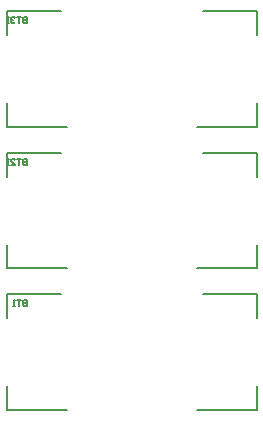
<source format=gbo>
G04*
G04 #@! TF.GenerationSoftware,Altium Limited,Altium Designer,21.8.1 (53)*
G04*
G04 Layer_Color=32896*
%FSLAX25Y25*%
%MOIN*%
G70*
G04*
G04 #@! TF.SameCoordinates,29F7A3E2-1687-429F-A7F6-D3F78D144AE6*
G04*
G04*
G04 #@! TF.FilePolarity,Positive*
G04*
G01*
G75*
%ADD26C,0.00800*%
%ADD34C,0.00500*%
D26*
X45669Y170897D02*
Y168898D01*
X44670D01*
X44336Y169231D01*
Y169564D01*
X44670Y169897D01*
X45669D01*
X44670D01*
X44336Y170230D01*
Y170564D01*
X44670Y170897D01*
X45669D01*
X43670D02*
X42337D01*
X43003D01*
Y168898D01*
X41671Y170564D02*
X41337Y170897D01*
X40671D01*
X40338Y170564D01*
Y170230D01*
X40671Y169897D01*
X41004D01*
X40671D01*
X40338Y169564D01*
Y169231D01*
X40671Y168898D01*
X41337D01*
X41671Y169231D01*
X39671Y168898D02*
X39005D01*
X39338D01*
Y170897D01*
X39671Y170564D01*
X45669Y123653D02*
Y121653D01*
X44670D01*
X44336Y121987D01*
Y122320D01*
X44670Y122653D01*
X45669D01*
X44670D01*
X44336Y122986D01*
Y123320D01*
X44670Y123653D01*
X45669D01*
X43670D02*
X42337D01*
X43003D01*
Y121653D01*
X40338D02*
X41671D01*
X40338Y122986D01*
Y123320D01*
X40671Y123653D01*
X41337D01*
X41671Y123320D01*
X39671Y121653D02*
X39005D01*
X39338D01*
Y123653D01*
X39671Y123320D01*
X45669Y76409D02*
Y74410D01*
X44670D01*
X44336Y74743D01*
Y75076D01*
X44670Y75409D01*
X45669D01*
X44670D01*
X44336Y75742D01*
Y76076D01*
X44670Y76409D01*
X45669D01*
X43670D02*
X42337D01*
X43003D01*
Y74410D01*
X41671D02*
X41004D01*
X41337D01*
Y76409D01*
X41671Y76076D01*
D34*
X122047Y164842D02*
Y172835D01*
X104134D02*
X122047D01*
X38976D02*
X56890D01*
X38976Y164842D02*
Y172835D01*
X122047Y134252D02*
Y142244D01*
X102165Y134252D02*
X122047D01*
X38976D02*
X58858D01*
X38976D02*
Y142244D01*
X122047Y117598D02*
Y125591D01*
X104134D02*
X122047D01*
X38976D02*
X56890D01*
X38976Y117598D02*
Y125591D01*
X122047Y87008D02*
Y95000D01*
X102165Y87008D02*
X122047D01*
X38976D02*
X58858D01*
X38976D02*
Y95000D01*
X122047Y70354D02*
Y78347D01*
X104134D02*
X122047D01*
X38976D02*
X56890D01*
X38976Y70354D02*
Y78347D01*
X122047Y39764D02*
Y47756D01*
X102165Y39764D02*
X122047D01*
X38976D02*
X58858D01*
X38976D02*
Y47756D01*
M02*

</source>
